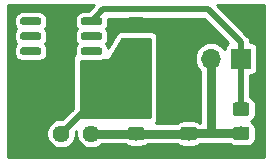
<source format=gbr>
G04 #@! TF.GenerationSoftware,KiCad,Pcbnew,(5.1.2)-1*
G04 #@! TF.CreationDate,2019-05-18T15:55:27-07:00*
G04 #@! TF.ProjectId,LM335ADT,4c4d3333-3541-4445-942e-6b696361645f,rev?*
G04 #@! TF.SameCoordinates,Original*
G04 #@! TF.FileFunction,Copper,L1,Top*
G04 #@! TF.FilePolarity,Positive*
%FSLAX46Y46*%
G04 Gerber Fmt 4.6, Leading zero omitted, Abs format (unit mm)*
G04 Created by KiCad (PCBNEW (5.1.2)-1) date 2019-05-18 15:55:27*
%MOMM*%
%LPD*%
G04 APERTURE LIST*
%ADD10C,0.100000*%
%ADD11C,0.600000*%
%ADD12C,1.440000*%
%ADD13C,1.150000*%
%ADD14O,1.700000X1.700000*%
%ADD15R,1.700000X1.700000*%
%ADD16C,1.750000*%
%ADD17C,0.762000*%
%ADD18C,0.508000*%
%ADD19C,0.254000*%
G04 APERTURE END LIST*
D10*
G36*
X242074703Y-148925722D02*
G01*
X242089264Y-148927882D01*
X242103543Y-148931459D01*
X242117403Y-148936418D01*
X242130710Y-148942712D01*
X242143336Y-148950280D01*
X242155159Y-148959048D01*
X242166066Y-148968934D01*
X242175952Y-148979841D01*
X242184720Y-148991664D01*
X242192288Y-149004290D01*
X242198582Y-149017597D01*
X242203541Y-149031457D01*
X242207118Y-149045736D01*
X242209278Y-149060297D01*
X242210000Y-149075000D01*
X242210000Y-149375000D01*
X242209278Y-149389703D01*
X242207118Y-149404264D01*
X242203541Y-149418543D01*
X242198582Y-149432403D01*
X242192288Y-149445710D01*
X242184720Y-149458336D01*
X242175952Y-149470159D01*
X242166066Y-149481066D01*
X242155159Y-149490952D01*
X242143336Y-149499720D01*
X242130710Y-149507288D01*
X242117403Y-149513582D01*
X242103543Y-149518541D01*
X242089264Y-149522118D01*
X242074703Y-149524278D01*
X242060000Y-149525000D01*
X240610000Y-149525000D01*
X240595297Y-149524278D01*
X240580736Y-149522118D01*
X240566457Y-149518541D01*
X240552597Y-149513582D01*
X240539290Y-149507288D01*
X240526664Y-149499720D01*
X240514841Y-149490952D01*
X240503934Y-149481066D01*
X240494048Y-149470159D01*
X240485280Y-149458336D01*
X240477712Y-149445710D01*
X240471418Y-149432403D01*
X240466459Y-149418543D01*
X240462882Y-149404264D01*
X240460722Y-149389703D01*
X240460000Y-149375000D01*
X240460000Y-149075000D01*
X240460722Y-149060297D01*
X240462882Y-149045736D01*
X240466459Y-149031457D01*
X240471418Y-149017597D01*
X240477712Y-149004290D01*
X240485280Y-148991664D01*
X240494048Y-148979841D01*
X240503934Y-148968934D01*
X240514841Y-148959048D01*
X240526664Y-148950280D01*
X240539290Y-148942712D01*
X240552597Y-148936418D01*
X240566457Y-148931459D01*
X240580736Y-148927882D01*
X240595297Y-148925722D01*
X240610000Y-148925000D01*
X242060000Y-148925000D01*
X242074703Y-148925722D01*
X242074703Y-148925722D01*
G37*
D11*
X241335000Y-149225000D03*
D10*
G36*
X242074703Y-150195722D02*
G01*
X242089264Y-150197882D01*
X242103543Y-150201459D01*
X242117403Y-150206418D01*
X242130710Y-150212712D01*
X242143336Y-150220280D01*
X242155159Y-150229048D01*
X242166066Y-150238934D01*
X242175952Y-150249841D01*
X242184720Y-150261664D01*
X242192288Y-150274290D01*
X242198582Y-150287597D01*
X242203541Y-150301457D01*
X242207118Y-150315736D01*
X242209278Y-150330297D01*
X242210000Y-150345000D01*
X242210000Y-150645000D01*
X242209278Y-150659703D01*
X242207118Y-150674264D01*
X242203541Y-150688543D01*
X242198582Y-150702403D01*
X242192288Y-150715710D01*
X242184720Y-150728336D01*
X242175952Y-150740159D01*
X242166066Y-150751066D01*
X242155159Y-150760952D01*
X242143336Y-150769720D01*
X242130710Y-150777288D01*
X242117403Y-150783582D01*
X242103543Y-150788541D01*
X242089264Y-150792118D01*
X242074703Y-150794278D01*
X242060000Y-150795000D01*
X240610000Y-150795000D01*
X240595297Y-150794278D01*
X240580736Y-150792118D01*
X240566457Y-150788541D01*
X240552597Y-150783582D01*
X240539290Y-150777288D01*
X240526664Y-150769720D01*
X240514841Y-150760952D01*
X240503934Y-150751066D01*
X240494048Y-150740159D01*
X240485280Y-150728336D01*
X240477712Y-150715710D01*
X240471418Y-150702403D01*
X240466459Y-150688543D01*
X240462882Y-150674264D01*
X240460722Y-150659703D01*
X240460000Y-150645000D01*
X240460000Y-150345000D01*
X240460722Y-150330297D01*
X240462882Y-150315736D01*
X240466459Y-150301457D01*
X240471418Y-150287597D01*
X240477712Y-150274290D01*
X240485280Y-150261664D01*
X240494048Y-150249841D01*
X240503934Y-150238934D01*
X240514841Y-150229048D01*
X240526664Y-150220280D01*
X240539290Y-150212712D01*
X240552597Y-150206418D01*
X240566457Y-150201459D01*
X240580736Y-150197882D01*
X240595297Y-150195722D01*
X240610000Y-150195000D01*
X242060000Y-150195000D01*
X242074703Y-150195722D01*
X242074703Y-150195722D01*
G37*
D11*
X241335000Y-150495000D03*
D10*
G36*
X242074703Y-151465722D02*
G01*
X242089264Y-151467882D01*
X242103543Y-151471459D01*
X242117403Y-151476418D01*
X242130710Y-151482712D01*
X242143336Y-151490280D01*
X242155159Y-151499048D01*
X242166066Y-151508934D01*
X242175952Y-151519841D01*
X242184720Y-151531664D01*
X242192288Y-151544290D01*
X242198582Y-151557597D01*
X242203541Y-151571457D01*
X242207118Y-151585736D01*
X242209278Y-151600297D01*
X242210000Y-151615000D01*
X242210000Y-151915000D01*
X242209278Y-151929703D01*
X242207118Y-151944264D01*
X242203541Y-151958543D01*
X242198582Y-151972403D01*
X242192288Y-151985710D01*
X242184720Y-151998336D01*
X242175952Y-152010159D01*
X242166066Y-152021066D01*
X242155159Y-152030952D01*
X242143336Y-152039720D01*
X242130710Y-152047288D01*
X242117403Y-152053582D01*
X242103543Y-152058541D01*
X242089264Y-152062118D01*
X242074703Y-152064278D01*
X242060000Y-152065000D01*
X240610000Y-152065000D01*
X240595297Y-152064278D01*
X240580736Y-152062118D01*
X240566457Y-152058541D01*
X240552597Y-152053582D01*
X240539290Y-152047288D01*
X240526664Y-152039720D01*
X240514841Y-152030952D01*
X240503934Y-152021066D01*
X240494048Y-152010159D01*
X240485280Y-151998336D01*
X240477712Y-151985710D01*
X240471418Y-151972403D01*
X240466459Y-151958543D01*
X240462882Y-151944264D01*
X240460722Y-151929703D01*
X240460000Y-151915000D01*
X240460000Y-151615000D01*
X240460722Y-151600297D01*
X240462882Y-151585736D01*
X240466459Y-151571457D01*
X240471418Y-151557597D01*
X240477712Y-151544290D01*
X240485280Y-151531664D01*
X240494048Y-151519841D01*
X240503934Y-151508934D01*
X240514841Y-151499048D01*
X240526664Y-151490280D01*
X240539290Y-151482712D01*
X240552597Y-151476418D01*
X240566457Y-151471459D01*
X240580736Y-151467882D01*
X240595297Y-151465722D01*
X240610000Y-151465000D01*
X242060000Y-151465000D01*
X242074703Y-151465722D01*
X242074703Y-151465722D01*
G37*
D11*
X241335000Y-151765000D03*
D10*
G36*
X242074703Y-152735722D02*
G01*
X242089264Y-152737882D01*
X242103543Y-152741459D01*
X242117403Y-152746418D01*
X242130710Y-152752712D01*
X242143336Y-152760280D01*
X242155159Y-152769048D01*
X242166066Y-152778934D01*
X242175952Y-152789841D01*
X242184720Y-152801664D01*
X242192288Y-152814290D01*
X242198582Y-152827597D01*
X242203541Y-152841457D01*
X242207118Y-152855736D01*
X242209278Y-152870297D01*
X242210000Y-152885000D01*
X242210000Y-153185000D01*
X242209278Y-153199703D01*
X242207118Y-153214264D01*
X242203541Y-153228543D01*
X242198582Y-153242403D01*
X242192288Y-153255710D01*
X242184720Y-153268336D01*
X242175952Y-153280159D01*
X242166066Y-153291066D01*
X242155159Y-153300952D01*
X242143336Y-153309720D01*
X242130710Y-153317288D01*
X242117403Y-153323582D01*
X242103543Y-153328541D01*
X242089264Y-153332118D01*
X242074703Y-153334278D01*
X242060000Y-153335000D01*
X240610000Y-153335000D01*
X240595297Y-153334278D01*
X240580736Y-153332118D01*
X240566457Y-153328541D01*
X240552597Y-153323582D01*
X240539290Y-153317288D01*
X240526664Y-153309720D01*
X240514841Y-153300952D01*
X240503934Y-153291066D01*
X240494048Y-153280159D01*
X240485280Y-153268336D01*
X240477712Y-153255710D01*
X240471418Y-153242403D01*
X240466459Y-153228543D01*
X240462882Y-153214264D01*
X240460722Y-153199703D01*
X240460000Y-153185000D01*
X240460000Y-152885000D01*
X240460722Y-152870297D01*
X240462882Y-152855736D01*
X240466459Y-152841457D01*
X240471418Y-152827597D01*
X240477712Y-152814290D01*
X240485280Y-152801664D01*
X240494048Y-152789841D01*
X240503934Y-152778934D01*
X240514841Y-152769048D01*
X240526664Y-152760280D01*
X240539290Y-152752712D01*
X240552597Y-152746418D01*
X240566457Y-152741459D01*
X240580736Y-152737882D01*
X240595297Y-152735722D01*
X240610000Y-152735000D01*
X242060000Y-152735000D01*
X242074703Y-152735722D01*
X242074703Y-152735722D01*
G37*
D11*
X241335000Y-153035000D03*
D10*
G36*
X236924703Y-152735722D02*
G01*
X236939264Y-152737882D01*
X236953543Y-152741459D01*
X236967403Y-152746418D01*
X236980710Y-152752712D01*
X236993336Y-152760280D01*
X237005159Y-152769048D01*
X237016066Y-152778934D01*
X237025952Y-152789841D01*
X237034720Y-152801664D01*
X237042288Y-152814290D01*
X237048582Y-152827597D01*
X237053541Y-152841457D01*
X237057118Y-152855736D01*
X237059278Y-152870297D01*
X237060000Y-152885000D01*
X237060000Y-153185000D01*
X237059278Y-153199703D01*
X237057118Y-153214264D01*
X237053541Y-153228543D01*
X237048582Y-153242403D01*
X237042288Y-153255710D01*
X237034720Y-153268336D01*
X237025952Y-153280159D01*
X237016066Y-153291066D01*
X237005159Y-153300952D01*
X236993336Y-153309720D01*
X236980710Y-153317288D01*
X236967403Y-153323582D01*
X236953543Y-153328541D01*
X236939264Y-153332118D01*
X236924703Y-153334278D01*
X236910000Y-153335000D01*
X235460000Y-153335000D01*
X235445297Y-153334278D01*
X235430736Y-153332118D01*
X235416457Y-153328541D01*
X235402597Y-153323582D01*
X235389290Y-153317288D01*
X235376664Y-153309720D01*
X235364841Y-153300952D01*
X235353934Y-153291066D01*
X235344048Y-153280159D01*
X235335280Y-153268336D01*
X235327712Y-153255710D01*
X235321418Y-153242403D01*
X235316459Y-153228543D01*
X235312882Y-153214264D01*
X235310722Y-153199703D01*
X235310000Y-153185000D01*
X235310000Y-152885000D01*
X235310722Y-152870297D01*
X235312882Y-152855736D01*
X235316459Y-152841457D01*
X235321418Y-152827597D01*
X235327712Y-152814290D01*
X235335280Y-152801664D01*
X235344048Y-152789841D01*
X235353934Y-152778934D01*
X235364841Y-152769048D01*
X235376664Y-152760280D01*
X235389290Y-152752712D01*
X235402597Y-152746418D01*
X235416457Y-152741459D01*
X235430736Y-152737882D01*
X235445297Y-152735722D01*
X235460000Y-152735000D01*
X236910000Y-152735000D01*
X236924703Y-152735722D01*
X236924703Y-152735722D01*
G37*
D11*
X236185000Y-153035000D03*
D10*
G36*
X236924703Y-151465722D02*
G01*
X236939264Y-151467882D01*
X236953543Y-151471459D01*
X236967403Y-151476418D01*
X236980710Y-151482712D01*
X236993336Y-151490280D01*
X237005159Y-151499048D01*
X237016066Y-151508934D01*
X237025952Y-151519841D01*
X237034720Y-151531664D01*
X237042288Y-151544290D01*
X237048582Y-151557597D01*
X237053541Y-151571457D01*
X237057118Y-151585736D01*
X237059278Y-151600297D01*
X237060000Y-151615000D01*
X237060000Y-151915000D01*
X237059278Y-151929703D01*
X237057118Y-151944264D01*
X237053541Y-151958543D01*
X237048582Y-151972403D01*
X237042288Y-151985710D01*
X237034720Y-151998336D01*
X237025952Y-152010159D01*
X237016066Y-152021066D01*
X237005159Y-152030952D01*
X236993336Y-152039720D01*
X236980710Y-152047288D01*
X236967403Y-152053582D01*
X236953543Y-152058541D01*
X236939264Y-152062118D01*
X236924703Y-152064278D01*
X236910000Y-152065000D01*
X235460000Y-152065000D01*
X235445297Y-152064278D01*
X235430736Y-152062118D01*
X235416457Y-152058541D01*
X235402597Y-152053582D01*
X235389290Y-152047288D01*
X235376664Y-152039720D01*
X235364841Y-152030952D01*
X235353934Y-152021066D01*
X235344048Y-152010159D01*
X235335280Y-151998336D01*
X235327712Y-151985710D01*
X235321418Y-151972403D01*
X235316459Y-151958543D01*
X235312882Y-151944264D01*
X235310722Y-151929703D01*
X235310000Y-151915000D01*
X235310000Y-151615000D01*
X235310722Y-151600297D01*
X235312882Y-151585736D01*
X235316459Y-151571457D01*
X235321418Y-151557597D01*
X235327712Y-151544290D01*
X235335280Y-151531664D01*
X235344048Y-151519841D01*
X235353934Y-151508934D01*
X235364841Y-151499048D01*
X235376664Y-151490280D01*
X235389290Y-151482712D01*
X235402597Y-151476418D01*
X235416457Y-151471459D01*
X235430736Y-151467882D01*
X235445297Y-151465722D01*
X235460000Y-151465000D01*
X236910000Y-151465000D01*
X236924703Y-151465722D01*
X236924703Y-151465722D01*
G37*
D11*
X236185000Y-151765000D03*
D10*
G36*
X236924703Y-150195722D02*
G01*
X236939264Y-150197882D01*
X236953543Y-150201459D01*
X236967403Y-150206418D01*
X236980710Y-150212712D01*
X236993336Y-150220280D01*
X237005159Y-150229048D01*
X237016066Y-150238934D01*
X237025952Y-150249841D01*
X237034720Y-150261664D01*
X237042288Y-150274290D01*
X237048582Y-150287597D01*
X237053541Y-150301457D01*
X237057118Y-150315736D01*
X237059278Y-150330297D01*
X237060000Y-150345000D01*
X237060000Y-150645000D01*
X237059278Y-150659703D01*
X237057118Y-150674264D01*
X237053541Y-150688543D01*
X237048582Y-150702403D01*
X237042288Y-150715710D01*
X237034720Y-150728336D01*
X237025952Y-150740159D01*
X237016066Y-150751066D01*
X237005159Y-150760952D01*
X236993336Y-150769720D01*
X236980710Y-150777288D01*
X236967403Y-150783582D01*
X236953543Y-150788541D01*
X236939264Y-150792118D01*
X236924703Y-150794278D01*
X236910000Y-150795000D01*
X235460000Y-150795000D01*
X235445297Y-150794278D01*
X235430736Y-150792118D01*
X235416457Y-150788541D01*
X235402597Y-150783582D01*
X235389290Y-150777288D01*
X235376664Y-150769720D01*
X235364841Y-150760952D01*
X235353934Y-150751066D01*
X235344048Y-150740159D01*
X235335280Y-150728336D01*
X235327712Y-150715710D01*
X235321418Y-150702403D01*
X235316459Y-150688543D01*
X235312882Y-150674264D01*
X235310722Y-150659703D01*
X235310000Y-150645000D01*
X235310000Y-150345000D01*
X235310722Y-150330297D01*
X235312882Y-150315736D01*
X235316459Y-150301457D01*
X235321418Y-150287597D01*
X235327712Y-150274290D01*
X235335280Y-150261664D01*
X235344048Y-150249841D01*
X235353934Y-150238934D01*
X235364841Y-150229048D01*
X235376664Y-150220280D01*
X235389290Y-150212712D01*
X235402597Y-150206418D01*
X235416457Y-150201459D01*
X235430736Y-150197882D01*
X235445297Y-150195722D01*
X235460000Y-150195000D01*
X236910000Y-150195000D01*
X236924703Y-150195722D01*
X236924703Y-150195722D01*
G37*
D11*
X236185000Y-150495000D03*
D10*
G36*
X236924703Y-148925722D02*
G01*
X236939264Y-148927882D01*
X236953543Y-148931459D01*
X236967403Y-148936418D01*
X236980710Y-148942712D01*
X236993336Y-148950280D01*
X237005159Y-148959048D01*
X237016066Y-148968934D01*
X237025952Y-148979841D01*
X237034720Y-148991664D01*
X237042288Y-149004290D01*
X237048582Y-149017597D01*
X237053541Y-149031457D01*
X237057118Y-149045736D01*
X237059278Y-149060297D01*
X237060000Y-149075000D01*
X237060000Y-149375000D01*
X237059278Y-149389703D01*
X237057118Y-149404264D01*
X237053541Y-149418543D01*
X237048582Y-149432403D01*
X237042288Y-149445710D01*
X237034720Y-149458336D01*
X237025952Y-149470159D01*
X237016066Y-149481066D01*
X237005159Y-149490952D01*
X236993336Y-149499720D01*
X236980710Y-149507288D01*
X236967403Y-149513582D01*
X236953543Y-149518541D01*
X236939264Y-149522118D01*
X236924703Y-149524278D01*
X236910000Y-149525000D01*
X235460000Y-149525000D01*
X235445297Y-149524278D01*
X235430736Y-149522118D01*
X235416457Y-149518541D01*
X235402597Y-149513582D01*
X235389290Y-149507288D01*
X235376664Y-149499720D01*
X235364841Y-149490952D01*
X235353934Y-149481066D01*
X235344048Y-149470159D01*
X235335280Y-149458336D01*
X235327712Y-149445710D01*
X235321418Y-149432403D01*
X235316459Y-149418543D01*
X235312882Y-149404264D01*
X235310722Y-149389703D01*
X235310000Y-149375000D01*
X235310000Y-149075000D01*
X235310722Y-149060297D01*
X235312882Y-149045736D01*
X235316459Y-149031457D01*
X235321418Y-149017597D01*
X235327712Y-149004290D01*
X235335280Y-148991664D01*
X235344048Y-148979841D01*
X235353934Y-148968934D01*
X235364841Y-148959048D01*
X235376664Y-148950280D01*
X235389290Y-148942712D01*
X235402597Y-148936418D01*
X235416457Y-148931459D01*
X235430736Y-148927882D01*
X235445297Y-148925722D01*
X235460000Y-148925000D01*
X236910000Y-148925000D01*
X236924703Y-148925722D01*
X236924703Y-148925722D01*
G37*
D11*
X236185000Y-149225000D03*
D12*
X236220000Y-158750000D03*
X238760000Y-158750000D03*
X241300000Y-158750000D03*
D10*
G36*
X245584505Y-148896204D02*
G01*
X245608773Y-148899804D01*
X245632572Y-148905765D01*
X245655671Y-148914030D01*
X245677850Y-148924520D01*
X245698893Y-148937132D01*
X245718599Y-148951747D01*
X245736777Y-148968223D01*
X245753253Y-148986401D01*
X245767868Y-149006107D01*
X245780480Y-149027150D01*
X245790970Y-149049329D01*
X245799235Y-149072428D01*
X245805196Y-149096227D01*
X245808796Y-149120495D01*
X245810000Y-149144999D01*
X245810000Y-149795001D01*
X245808796Y-149819505D01*
X245805196Y-149843773D01*
X245799235Y-149867572D01*
X245790970Y-149890671D01*
X245780480Y-149912850D01*
X245767868Y-149933893D01*
X245753253Y-149953599D01*
X245736777Y-149971777D01*
X245718599Y-149988253D01*
X245698893Y-150002868D01*
X245677850Y-150015480D01*
X245655671Y-150025970D01*
X245632572Y-150034235D01*
X245608773Y-150040196D01*
X245584505Y-150043796D01*
X245560001Y-150045000D01*
X244659999Y-150045000D01*
X244635495Y-150043796D01*
X244611227Y-150040196D01*
X244587428Y-150034235D01*
X244564329Y-150025970D01*
X244542150Y-150015480D01*
X244521107Y-150002868D01*
X244501401Y-149988253D01*
X244483223Y-149971777D01*
X244466747Y-149953599D01*
X244452132Y-149933893D01*
X244439520Y-149912850D01*
X244429030Y-149890671D01*
X244420765Y-149867572D01*
X244414804Y-149843773D01*
X244411204Y-149819505D01*
X244410000Y-149795001D01*
X244410000Y-149144999D01*
X244411204Y-149120495D01*
X244414804Y-149096227D01*
X244420765Y-149072428D01*
X244429030Y-149049329D01*
X244439520Y-149027150D01*
X244452132Y-149006107D01*
X244466747Y-148986401D01*
X244483223Y-148968223D01*
X244501401Y-148951747D01*
X244521107Y-148937132D01*
X244542150Y-148924520D01*
X244564329Y-148914030D01*
X244587428Y-148905765D01*
X244611227Y-148899804D01*
X244635495Y-148896204D01*
X244659999Y-148895000D01*
X245560001Y-148895000D01*
X245584505Y-148896204D01*
X245584505Y-148896204D01*
G37*
D13*
X245110000Y-149470000D03*
D10*
G36*
X245584505Y-150946204D02*
G01*
X245608773Y-150949804D01*
X245632572Y-150955765D01*
X245655671Y-150964030D01*
X245677850Y-150974520D01*
X245698893Y-150987132D01*
X245718599Y-151001747D01*
X245736777Y-151018223D01*
X245753253Y-151036401D01*
X245767868Y-151056107D01*
X245780480Y-151077150D01*
X245790970Y-151099329D01*
X245799235Y-151122428D01*
X245805196Y-151146227D01*
X245808796Y-151170495D01*
X245810000Y-151194999D01*
X245810000Y-151845001D01*
X245808796Y-151869505D01*
X245805196Y-151893773D01*
X245799235Y-151917572D01*
X245790970Y-151940671D01*
X245780480Y-151962850D01*
X245767868Y-151983893D01*
X245753253Y-152003599D01*
X245736777Y-152021777D01*
X245718599Y-152038253D01*
X245698893Y-152052868D01*
X245677850Y-152065480D01*
X245655671Y-152075970D01*
X245632572Y-152084235D01*
X245608773Y-152090196D01*
X245584505Y-152093796D01*
X245560001Y-152095000D01*
X244659999Y-152095000D01*
X244635495Y-152093796D01*
X244611227Y-152090196D01*
X244587428Y-152084235D01*
X244564329Y-152075970D01*
X244542150Y-152065480D01*
X244521107Y-152052868D01*
X244501401Y-152038253D01*
X244483223Y-152021777D01*
X244466747Y-152003599D01*
X244452132Y-151983893D01*
X244439520Y-151962850D01*
X244429030Y-151940671D01*
X244420765Y-151917572D01*
X244414804Y-151893773D01*
X244411204Y-151869505D01*
X244410000Y-151845001D01*
X244410000Y-151194999D01*
X244411204Y-151170495D01*
X244414804Y-151146227D01*
X244420765Y-151122428D01*
X244429030Y-151099329D01*
X244439520Y-151077150D01*
X244452132Y-151056107D01*
X244466747Y-151036401D01*
X244483223Y-151018223D01*
X244501401Y-151001747D01*
X244521107Y-150987132D01*
X244542150Y-150974520D01*
X244564329Y-150964030D01*
X244587428Y-150955765D01*
X244611227Y-150949804D01*
X244635495Y-150946204D01*
X244659999Y-150945000D01*
X245560001Y-150945000D01*
X245584505Y-150946204D01*
X245584505Y-150946204D01*
G37*
D13*
X245110000Y-151520000D03*
D10*
G36*
X245584505Y-156126204D02*
G01*
X245608773Y-156129804D01*
X245632572Y-156135765D01*
X245655671Y-156144030D01*
X245677850Y-156154520D01*
X245698893Y-156167132D01*
X245718599Y-156181747D01*
X245736777Y-156198223D01*
X245753253Y-156216401D01*
X245767868Y-156236107D01*
X245780480Y-156257150D01*
X245790970Y-156279329D01*
X245799235Y-156302428D01*
X245805196Y-156326227D01*
X245808796Y-156350495D01*
X245810000Y-156374999D01*
X245810000Y-157025001D01*
X245808796Y-157049505D01*
X245805196Y-157073773D01*
X245799235Y-157097572D01*
X245790970Y-157120671D01*
X245780480Y-157142850D01*
X245767868Y-157163893D01*
X245753253Y-157183599D01*
X245736777Y-157201777D01*
X245718599Y-157218253D01*
X245698893Y-157232868D01*
X245677850Y-157245480D01*
X245655671Y-157255970D01*
X245632572Y-157264235D01*
X245608773Y-157270196D01*
X245584505Y-157273796D01*
X245560001Y-157275000D01*
X244659999Y-157275000D01*
X244635495Y-157273796D01*
X244611227Y-157270196D01*
X244587428Y-157264235D01*
X244564329Y-157255970D01*
X244542150Y-157245480D01*
X244521107Y-157232868D01*
X244501401Y-157218253D01*
X244483223Y-157201777D01*
X244466747Y-157183599D01*
X244452132Y-157163893D01*
X244439520Y-157142850D01*
X244429030Y-157120671D01*
X244420765Y-157097572D01*
X244414804Y-157073773D01*
X244411204Y-157049505D01*
X244410000Y-157025001D01*
X244410000Y-156374999D01*
X244411204Y-156350495D01*
X244414804Y-156326227D01*
X244420765Y-156302428D01*
X244429030Y-156279329D01*
X244439520Y-156257150D01*
X244452132Y-156236107D01*
X244466747Y-156216401D01*
X244483223Y-156198223D01*
X244501401Y-156181747D01*
X244521107Y-156167132D01*
X244542150Y-156154520D01*
X244564329Y-156144030D01*
X244587428Y-156135765D01*
X244611227Y-156129804D01*
X244635495Y-156126204D01*
X244659999Y-156125000D01*
X245560001Y-156125000D01*
X245584505Y-156126204D01*
X245584505Y-156126204D01*
G37*
D13*
X245110000Y-156700000D03*
D10*
G36*
X245584505Y-158176204D02*
G01*
X245608773Y-158179804D01*
X245632572Y-158185765D01*
X245655671Y-158194030D01*
X245677850Y-158204520D01*
X245698893Y-158217132D01*
X245718599Y-158231747D01*
X245736777Y-158248223D01*
X245753253Y-158266401D01*
X245767868Y-158286107D01*
X245780480Y-158307150D01*
X245790970Y-158329329D01*
X245799235Y-158352428D01*
X245805196Y-158376227D01*
X245808796Y-158400495D01*
X245810000Y-158424999D01*
X245810000Y-159075001D01*
X245808796Y-159099505D01*
X245805196Y-159123773D01*
X245799235Y-159147572D01*
X245790970Y-159170671D01*
X245780480Y-159192850D01*
X245767868Y-159213893D01*
X245753253Y-159233599D01*
X245736777Y-159251777D01*
X245718599Y-159268253D01*
X245698893Y-159282868D01*
X245677850Y-159295480D01*
X245655671Y-159305970D01*
X245632572Y-159314235D01*
X245608773Y-159320196D01*
X245584505Y-159323796D01*
X245560001Y-159325000D01*
X244659999Y-159325000D01*
X244635495Y-159323796D01*
X244611227Y-159320196D01*
X244587428Y-159314235D01*
X244564329Y-159305970D01*
X244542150Y-159295480D01*
X244521107Y-159282868D01*
X244501401Y-159268253D01*
X244483223Y-159251777D01*
X244466747Y-159233599D01*
X244452132Y-159213893D01*
X244439520Y-159192850D01*
X244429030Y-159170671D01*
X244420765Y-159147572D01*
X244414804Y-159123773D01*
X244411204Y-159099505D01*
X244410000Y-159075001D01*
X244410000Y-158424999D01*
X244411204Y-158400495D01*
X244414804Y-158376227D01*
X244420765Y-158352428D01*
X244429030Y-158329329D01*
X244439520Y-158307150D01*
X244452132Y-158286107D01*
X244466747Y-158266401D01*
X244483223Y-158248223D01*
X244501401Y-158231747D01*
X244521107Y-158217132D01*
X244542150Y-158204520D01*
X244564329Y-158194030D01*
X244587428Y-158185765D01*
X244611227Y-158179804D01*
X244635495Y-158176204D01*
X244659999Y-158175000D01*
X245560001Y-158175000D01*
X245584505Y-158176204D01*
X245584505Y-158176204D01*
G37*
D13*
X245110000Y-158750000D03*
D10*
G36*
X254474505Y-156109804D02*
G01*
X254498773Y-156113404D01*
X254522572Y-156119365D01*
X254545671Y-156127630D01*
X254567850Y-156138120D01*
X254588893Y-156150732D01*
X254608599Y-156165347D01*
X254626777Y-156181823D01*
X254643253Y-156200001D01*
X254657868Y-156219707D01*
X254670480Y-156240750D01*
X254680970Y-156262929D01*
X254689235Y-156286028D01*
X254695196Y-156309827D01*
X254698796Y-156334095D01*
X254700000Y-156358599D01*
X254700000Y-157008601D01*
X254698796Y-157033105D01*
X254695196Y-157057373D01*
X254689235Y-157081172D01*
X254680970Y-157104271D01*
X254670480Y-157126450D01*
X254657868Y-157147493D01*
X254643253Y-157167199D01*
X254626777Y-157185377D01*
X254608599Y-157201853D01*
X254588893Y-157216468D01*
X254567850Y-157229080D01*
X254545671Y-157239570D01*
X254522572Y-157247835D01*
X254498773Y-157253796D01*
X254474505Y-157257396D01*
X254450001Y-157258600D01*
X253549999Y-157258600D01*
X253525495Y-157257396D01*
X253501227Y-157253796D01*
X253477428Y-157247835D01*
X253454329Y-157239570D01*
X253432150Y-157229080D01*
X253411107Y-157216468D01*
X253391401Y-157201853D01*
X253373223Y-157185377D01*
X253356747Y-157167199D01*
X253342132Y-157147493D01*
X253329520Y-157126450D01*
X253319030Y-157104271D01*
X253310765Y-157081172D01*
X253304804Y-157057373D01*
X253301204Y-157033105D01*
X253300000Y-157008601D01*
X253300000Y-156358599D01*
X253301204Y-156334095D01*
X253304804Y-156309827D01*
X253310765Y-156286028D01*
X253319030Y-156262929D01*
X253329520Y-156240750D01*
X253342132Y-156219707D01*
X253356747Y-156200001D01*
X253373223Y-156181823D01*
X253391401Y-156165347D01*
X253411107Y-156150732D01*
X253432150Y-156138120D01*
X253454329Y-156127630D01*
X253477428Y-156119365D01*
X253501227Y-156113404D01*
X253525495Y-156109804D01*
X253549999Y-156108600D01*
X254450001Y-156108600D01*
X254474505Y-156109804D01*
X254474505Y-156109804D01*
G37*
D13*
X254000000Y-156683600D03*
D10*
G36*
X254474505Y-158159804D02*
G01*
X254498773Y-158163404D01*
X254522572Y-158169365D01*
X254545671Y-158177630D01*
X254567850Y-158188120D01*
X254588893Y-158200732D01*
X254608599Y-158215347D01*
X254626777Y-158231823D01*
X254643253Y-158250001D01*
X254657868Y-158269707D01*
X254670480Y-158290750D01*
X254680970Y-158312929D01*
X254689235Y-158336028D01*
X254695196Y-158359827D01*
X254698796Y-158384095D01*
X254700000Y-158408599D01*
X254700000Y-159058601D01*
X254698796Y-159083105D01*
X254695196Y-159107373D01*
X254689235Y-159131172D01*
X254680970Y-159154271D01*
X254670480Y-159176450D01*
X254657868Y-159197493D01*
X254643253Y-159217199D01*
X254626777Y-159235377D01*
X254608599Y-159251853D01*
X254588893Y-159266468D01*
X254567850Y-159279080D01*
X254545671Y-159289570D01*
X254522572Y-159297835D01*
X254498773Y-159303796D01*
X254474505Y-159307396D01*
X254450001Y-159308600D01*
X253549999Y-159308600D01*
X253525495Y-159307396D01*
X253501227Y-159303796D01*
X253477428Y-159297835D01*
X253454329Y-159289570D01*
X253432150Y-159279080D01*
X253411107Y-159266468D01*
X253391401Y-159251853D01*
X253373223Y-159235377D01*
X253356747Y-159217199D01*
X253342132Y-159197493D01*
X253329520Y-159176450D01*
X253319030Y-159154271D01*
X253310765Y-159131172D01*
X253304804Y-159107373D01*
X253301204Y-159083105D01*
X253300000Y-159058601D01*
X253300000Y-158408599D01*
X253301204Y-158384095D01*
X253304804Y-158359827D01*
X253310765Y-158336028D01*
X253319030Y-158312929D01*
X253329520Y-158290750D01*
X253342132Y-158269707D01*
X253356747Y-158250001D01*
X253373223Y-158231823D01*
X253391401Y-158215347D01*
X253411107Y-158200732D01*
X253432150Y-158188120D01*
X253454329Y-158177630D01*
X253477428Y-158169365D01*
X253501227Y-158163404D01*
X253525495Y-158159804D01*
X253549999Y-158158600D01*
X254450001Y-158158600D01*
X254474505Y-158159804D01*
X254474505Y-158159804D01*
G37*
D13*
X254000000Y-158733600D03*
D14*
X248920000Y-152400000D03*
X251460000Y-152400000D03*
D15*
X254000000Y-152400000D03*
D10*
G36*
X250029505Y-156126204D02*
G01*
X250053773Y-156129804D01*
X250077572Y-156135765D01*
X250100671Y-156144030D01*
X250122850Y-156154520D01*
X250143893Y-156167132D01*
X250163599Y-156181747D01*
X250181777Y-156198223D01*
X250198253Y-156216401D01*
X250212868Y-156236107D01*
X250225480Y-156257150D01*
X250235970Y-156279329D01*
X250244235Y-156302428D01*
X250250196Y-156326227D01*
X250253796Y-156350495D01*
X250255000Y-156374999D01*
X250255000Y-157025001D01*
X250253796Y-157049505D01*
X250250196Y-157073773D01*
X250244235Y-157097572D01*
X250235970Y-157120671D01*
X250225480Y-157142850D01*
X250212868Y-157163893D01*
X250198253Y-157183599D01*
X250181777Y-157201777D01*
X250163599Y-157218253D01*
X250143893Y-157232868D01*
X250122850Y-157245480D01*
X250100671Y-157255970D01*
X250077572Y-157264235D01*
X250053773Y-157270196D01*
X250029505Y-157273796D01*
X250005001Y-157275000D01*
X249104999Y-157275000D01*
X249080495Y-157273796D01*
X249056227Y-157270196D01*
X249032428Y-157264235D01*
X249009329Y-157255970D01*
X248987150Y-157245480D01*
X248966107Y-157232868D01*
X248946401Y-157218253D01*
X248928223Y-157201777D01*
X248911747Y-157183599D01*
X248897132Y-157163893D01*
X248884520Y-157142850D01*
X248874030Y-157120671D01*
X248865765Y-157097572D01*
X248859804Y-157073773D01*
X248856204Y-157049505D01*
X248855000Y-157025001D01*
X248855000Y-156374999D01*
X248856204Y-156350495D01*
X248859804Y-156326227D01*
X248865765Y-156302428D01*
X248874030Y-156279329D01*
X248884520Y-156257150D01*
X248897132Y-156236107D01*
X248911747Y-156216401D01*
X248928223Y-156198223D01*
X248946401Y-156181747D01*
X248966107Y-156167132D01*
X248987150Y-156154520D01*
X249009329Y-156144030D01*
X249032428Y-156135765D01*
X249056227Y-156129804D01*
X249080495Y-156126204D01*
X249104999Y-156125000D01*
X250005001Y-156125000D01*
X250029505Y-156126204D01*
X250029505Y-156126204D01*
G37*
D13*
X249555000Y-156700000D03*
D10*
G36*
X250029505Y-158176204D02*
G01*
X250053773Y-158179804D01*
X250077572Y-158185765D01*
X250100671Y-158194030D01*
X250122850Y-158204520D01*
X250143893Y-158217132D01*
X250163599Y-158231747D01*
X250181777Y-158248223D01*
X250198253Y-158266401D01*
X250212868Y-158286107D01*
X250225480Y-158307150D01*
X250235970Y-158329329D01*
X250244235Y-158352428D01*
X250250196Y-158376227D01*
X250253796Y-158400495D01*
X250255000Y-158424999D01*
X250255000Y-159075001D01*
X250253796Y-159099505D01*
X250250196Y-159123773D01*
X250244235Y-159147572D01*
X250235970Y-159170671D01*
X250225480Y-159192850D01*
X250212868Y-159213893D01*
X250198253Y-159233599D01*
X250181777Y-159251777D01*
X250163599Y-159268253D01*
X250143893Y-159282868D01*
X250122850Y-159295480D01*
X250100671Y-159305970D01*
X250077572Y-159314235D01*
X250053773Y-159320196D01*
X250029505Y-159323796D01*
X250005001Y-159325000D01*
X249104999Y-159325000D01*
X249080495Y-159323796D01*
X249056227Y-159320196D01*
X249032428Y-159314235D01*
X249009329Y-159305970D01*
X248987150Y-159295480D01*
X248966107Y-159282868D01*
X248946401Y-159268253D01*
X248928223Y-159251777D01*
X248911747Y-159233599D01*
X248897132Y-159213893D01*
X248884520Y-159192850D01*
X248874030Y-159170671D01*
X248865765Y-159147572D01*
X248859804Y-159123773D01*
X248856204Y-159099505D01*
X248855000Y-159075001D01*
X248855000Y-158424999D01*
X248856204Y-158400495D01*
X248859804Y-158376227D01*
X248865765Y-158352428D01*
X248874030Y-158329329D01*
X248884520Y-158307150D01*
X248897132Y-158286107D01*
X248911747Y-158266401D01*
X248928223Y-158248223D01*
X248946401Y-158231747D01*
X248966107Y-158217132D01*
X248987150Y-158204520D01*
X249009329Y-158194030D01*
X249032428Y-158185765D01*
X249056227Y-158179804D01*
X249080495Y-158176204D01*
X249104999Y-158175000D01*
X250005001Y-158175000D01*
X250029505Y-158176204D01*
X250029505Y-158176204D01*
G37*
D13*
X249555000Y-158750000D03*
D16*
X236220000Y-155194000D03*
X248920000Y-149860000D03*
D17*
X249571400Y-158733600D02*
X249555000Y-158750000D01*
X249555000Y-158750000D02*
X245110000Y-158750000D01*
X245110000Y-158750000D02*
X241300000Y-158750000D01*
X251460000Y-158699200D02*
X251425600Y-158733600D01*
X251460000Y-152400000D02*
X251460000Y-158699200D01*
X254000000Y-158733600D02*
X251425600Y-158733600D01*
X251425600Y-158733600D02*
X249571400Y-158733600D01*
D18*
X254000000Y-151042000D02*
X254000000Y-152400000D01*
X251192590Y-148234590D02*
X254000000Y-151042000D01*
X242325410Y-148234590D02*
X251192590Y-148234590D01*
X241335000Y-149225000D02*
X242325410Y-148234590D01*
X254000000Y-152400000D02*
X254000000Y-156683600D01*
X238760000Y-158750000D02*
X239479999Y-158030001D01*
X239479999Y-158030001D02*
X240792000Y-156718000D01*
D19*
G36*
X241057429Y-148389020D02*
G01*
X240610000Y-148389020D01*
X240476172Y-148402201D01*
X240347487Y-148441237D01*
X240228890Y-148504628D01*
X240124939Y-148589939D01*
X240039628Y-148693890D01*
X239976237Y-148812487D01*
X239937201Y-148941172D01*
X239924020Y-149075000D01*
X239924020Y-149375000D01*
X239937201Y-149508828D01*
X239976237Y-149637513D01*
X240039628Y-149756110D01*
X240124889Y-149860000D01*
X240039628Y-149963890D01*
X239976237Y-150082487D01*
X239937201Y-150211172D01*
X239924020Y-150345000D01*
X239924020Y-150645000D01*
X239937201Y-150778828D01*
X239976237Y-150907513D01*
X240039628Y-151026110D01*
X240124889Y-151130000D01*
X240039628Y-151233890D01*
X239976237Y-151352487D01*
X239937201Y-151481172D01*
X239924020Y-151615000D01*
X239924020Y-151915000D01*
X239932560Y-152001712D01*
X239906829Y-152022829D01*
X239840494Y-152103659D01*
X239791203Y-152195877D01*
X239760849Y-152295939D01*
X239750600Y-152400000D01*
X239750600Y-156645849D01*
X238950579Y-157445871D01*
X238950568Y-157445880D01*
X238897127Y-157499321D01*
X238883449Y-157496600D01*
X238636551Y-157496600D01*
X238394397Y-157544767D01*
X238166292Y-157639251D01*
X237961004Y-157776420D01*
X237786420Y-157951004D01*
X237649251Y-158156292D01*
X237554767Y-158384397D01*
X237506600Y-158626551D01*
X237506600Y-158873449D01*
X237554767Y-159115603D01*
X237649251Y-159343708D01*
X237786420Y-159548996D01*
X237961004Y-159723580D01*
X238166292Y-159860749D01*
X238394397Y-159955233D01*
X238636551Y-160003400D01*
X238883449Y-160003400D01*
X239125603Y-159955233D01*
X239353708Y-159860749D01*
X239558996Y-159723580D01*
X239733580Y-159548996D01*
X239870749Y-159343708D01*
X239965233Y-159115603D01*
X240013400Y-158873449D01*
X240013400Y-158626551D01*
X240010679Y-158612873D01*
X240058915Y-158564637D01*
X240046600Y-158626551D01*
X240046600Y-158873449D01*
X240094767Y-159115603D01*
X240189251Y-159343708D01*
X240326420Y-159548996D01*
X240501004Y-159723580D01*
X240706292Y-159860749D01*
X240934397Y-159955233D01*
X241176551Y-160003400D01*
X241423449Y-160003400D01*
X241665603Y-159955233D01*
X241893708Y-159860749D01*
X242098996Y-159723580D01*
X242158176Y-159664400D01*
X244145203Y-159664400D01*
X244223332Y-159728519D01*
X244359218Y-159801151D01*
X244506662Y-159845878D01*
X244659999Y-159860980D01*
X245560001Y-159860980D01*
X245713338Y-159845878D01*
X245860782Y-159801151D01*
X245996668Y-159728519D01*
X246074797Y-159664400D01*
X248590203Y-159664400D01*
X248668332Y-159728519D01*
X248804218Y-159801151D01*
X248951662Y-159845878D01*
X249104999Y-159860980D01*
X250005001Y-159860980D01*
X250158338Y-159845878D01*
X250305782Y-159801151D01*
X250441668Y-159728519D01*
X250539780Y-159648000D01*
X251380685Y-159648000D01*
X251425600Y-159652424D01*
X251470515Y-159648000D01*
X253035203Y-159648000D01*
X253113332Y-159712119D01*
X253249218Y-159784751D01*
X253396662Y-159829478D01*
X253549999Y-159844580D01*
X254450001Y-159844580D01*
X254603338Y-159829478D01*
X254750782Y-159784751D01*
X254886668Y-159712119D01*
X255005772Y-159614372D01*
X255103519Y-159495268D01*
X255176151Y-159359382D01*
X255220878Y-159211938D01*
X255235980Y-159058601D01*
X255235980Y-158408599D01*
X255220878Y-158255262D01*
X255176151Y-158107818D01*
X255103519Y-157971932D01*
X255005772Y-157852828D01*
X254886668Y-157755081D01*
X254799707Y-157708600D01*
X254886668Y-157662119D01*
X255005772Y-157564372D01*
X255103519Y-157445268D01*
X255176151Y-157309382D01*
X255220878Y-157161938D01*
X255235980Y-157008601D01*
X255235980Y-156358599D01*
X255220878Y-156205262D01*
X255176151Y-156057818D01*
X255103519Y-155921932D01*
X255005772Y-155802828D01*
X254886668Y-155705081D01*
X254787400Y-155652022D01*
X254787400Y-153785980D01*
X254850000Y-153785980D01*
X254954565Y-153775681D01*
X255055111Y-153745181D01*
X255147775Y-153695651D01*
X255228995Y-153628995D01*
X255295651Y-153547775D01*
X255345181Y-153455111D01*
X255375681Y-153354565D01*
X255385980Y-153250000D01*
X255385980Y-151550000D01*
X255375681Y-151445435D01*
X255345181Y-151344889D01*
X255295651Y-151252225D01*
X255228995Y-151171005D01*
X255147775Y-151104349D01*
X255055111Y-151054819D01*
X254954565Y-151024319D01*
X254850000Y-151014020D01*
X254788452Y-151014020D01*
X254787400Y-151003336D01*
X254787400Y-151003327D01*
X254776006Y-150887643D01*
X254730982Y-150739217D01*
X254657866Y-150602428D01*
X254559469Y-150482531D01*
X254529434Y-150457882D01*
X251974950Y-147903400D01*
X255956600Y-147903400D01*
X255956601Y-160706600D01*
X234263400Y-160706600D01*
X234263400Y-149075000D01*
X234774020Y-149075000D01*
X234774020Y-149375000D01*
X234787201Y-149508828D01*
X234826237Y-149637513D01*
X234889628Y-149756110D01*
X234974889Y-149860000D01*
X234889628Y-149963890D01*
X234826237Y-150082487D01*
X234787201Y-150211172D01*
X234774020Y-150345000D01*
X234774020Y-150645000D01*
X234787201Y-150778828D01*
X234826237Y-150907513D01*
X234889628Y-151026110D01*
X234974889Y-151130000D01*
X234889628Y-151233890D01*
X234826237Y-151352487D01*
X234787201Y-151481172D01*
X234774020Y-151615000D01*
X234774020Y-151915000D01*
X234787201Y-152048828D01*
X234826237Y-152177513D01*
X234889628Y-152296110D01*
X234974939Y-152400061D01*
X235078890Y-152485372D01*
X235197487Y-152548763D01*
X235326172Y-152587799D01*
X235460000Y-152600980D01*
X236910000Y-152600980D01*
X237043828Y-152587799D01*
X237172513Y-152548763D01*
X237291110Y-152485372D01*
X237395061Y-152400061D01*
X237480372Y-152296110D01*
X237543763Y-152177513D01*
X237582799Y-152048828D01*
X237595980Y-151915000D01*
X237595980Y-151615000D01*
X237582799Y-151481172D01*
X237543763Y-151352487D01*
X237480372Y-151233890D01*
X237395111Y-151130000D01*
X237480372Y-151026110D01*
X237543763Y-150907513D01*
X237582799Y-150778828D01*
X237595980Y-150645000D01*
X237595980Y-150345000D01*
X237582799Y-150211172D01*
X237543763Y-150082487D01*
X237480372Y-149963890D01*
X237395111Y-149860000D01*
X237480372Y-149756110D01*
X237543763Y-149637513D01*
X237582799Y-149508828D01*
X237595980Y-149375000D01*
X237595980Y-149075000D01*
X237582799Y-148941172D01*
X237543763Y-148812487D01*
X237480372Y-148693890D01*
X237395061Y-148589939D01*
X237291110Y-148504628D01*
X237172513Y-148441237D01*
X237043828Y-148402201D01*
X236910000Y-148389020D01*
X235460000Y-148389020D01*
X235326172Y-148402201D01*
X235197487Y-148441237D01*
X235078890Y-148504628D01*
X234974939Y-148589939D01*
X234889628Y-148693890D01*
X234826237Y-148812487D01*
X234787201Y-148941172D01*
X234774020Y-149075000D01*
X234263400Y-149075000D01*
X234263400Y-147903400D01*
X241543048Y-147903400D01*
X241057429Y-148389020D01*
X241057429Y-148389020D01*
G37*
X241057429Y-148389020D02*
X240610000Y-148389020D01*
X240476172Y-148402201D01*
X240347487Y-148441237D01*
X240228890Y-148504628D01*
X240124939Y-148589939D01*
X240039628Y-148693890D01*
X239976237Y-148812487D01*
X239937201Y-148941172D01*
X239924020Y-149075000D01*
X239924020Y-149375000D01*
X239937201Y-149508828D01*
X239976237Y-149637513D01*
X240039628Y-149756110D01*
X240124889Y-149860000D01*
X240039628Y-149963890D01*
X239976237Y-150082487D01*
X239937201Y-150211172D01*
X239924020Y-150345000D01*
X239924020Y-150645000D01*
X239937201Y-150778828D01*
X239976237Y-150907513D01*
X240039628Y-151026110D01*
X240124889Y-151130000D01*
X240039628Y-151233890D01*
X239976237Y-151352487D01*
X239937201Y-151481172D01*
X239924020Y-151615000D01*
X239924020Y-151915000D01*
X239932560Y-152001712D01*
X239906829Y-152022829D01*
X239840494Y-152103659D01*
X239791203Y-152195877D01*
X239760849Y-152295939D01*
X239750600Y-152400000D01*
X239750600Y-156645849D01*
X238950579Y-157445871D01*
X238950568Y-157445880D01*
X238897127Y-157499321D01*
X238883449Y-157496600D01*
X238636551Y-157496600D01*
X238394397Y-157544767D01*
X238166292Y-157639251D01*
X237961004Y-157776420D01*
X237786420Y-157951004D01*
X237649251Y-158156292D01*
X237554767Y-158384397D01*
X237506600Y-158626551D01*
X237506600Y-158873449D01*
X237554767Y-159115603D01*
X237649251Y-159343708D01*
X237786420Y-159548996D01*
X237961004Y-159723580D01*
X238166292Y-159860749D01*
X238394397Y-159955233D01*
X238636551Y-160003400D01*
X238883449Y-160003400D01*
X239125603Y-159955233D01*
X239353708Y-159860749D01*
X239558996Y-159723580D01*
X239733580Y-159548996D01*
X239870749Y-159343708D01*
X239965233Y-159115603D01*
X240013400Y-158873449D01*
X240013400Y-158626551D01*
X240010679Y-158612873D01*
X240058915Y-158564637D01*
X240046600Y-158626551D01*
X240046600Y-158873449D01*
X240094767Y-159115603D01*
X240189251Y-159343708D01*
X240326420Y-159548996D01*
X240501004Y-159723580D01*
X240706292Y-159860749D01*
X240934397Y-159955233D01*
X241176551Y-160003400D01*
X241423449Y-160003400D01*
X241665603Y-159955233D01*
X241893708Y-159860749D01*
X242098996Y-159723580D01*
X242158176Y-159664400D01*
X244145203Y-159664400D01*
X244223332Y-159728519D01*
X244359218Y-159801151D01*
X244506662Y-159845878D01*
X244659999Y-159860980D01*
X245560001Y-159860980D01*
X245713338Y-159845878D01*
X245860782Y-159801151D01*
X245996668Y-159728519D01*
X246074797Y-159664400D01*
X248590203Y-159664400D01*
X248668332Y-159728519D01*
X248804218Y-159801151D01*
X248951662Y-159845878D01*
X249104999Y-159860980D01*
X250005001Y-159860980D01*
X250158338Y-159845878D01*
X250305782Y-159801151D01*
X250441668Y-159728519D01*
X250539780Y-159648000D01*
X251380685Y-159648000D01*
X251425600Y-159652424D01*
X251470515Y-159648000D01*
X253035203Y-159648000D01*
X253113332Y-159712119D01*
X253249218Y-159784751D01*
X253396662Y-159829478D01*
X253549999Y-159844580D01*
X254450001Y-159844580D01*
X254603338Y-159829478D01*
X254750782Y-159784751D01*
X254886668Y-159712119D01*
X255005772Y-159614372D01*
X255103519Y-159495268D01*
X255176151Y-159359382D01*
X255220878Y-159211938D01*
X255235980Y-159058601D01*
X255235980Y-158408599D01*
X255220878Y-158255262D01*
X255176151Y-158107818D01*
X255103519Y-157971932D01*
X255005772Y-157852828D01*
X254886668Y-157755081D01*
X254799707Y-157708600D01*
X254886668Y-157662119D01*
X255005772Y-157564372D01*
X255103519Y-157445268D01*
X255176151Y-157309382D01*
X255220878Y-157161938D01*
X255235980Y-157008601D01*
X255235980Y-156358599D01*
X255220878Y-156205262D01*
X255176151Y-156057818D01*
X255103519Y-155921932D01*
X255005772Y-155802828D01*
X254886668Y-155705081D01*
X254787400Y-155652022D01*
X254787400Y-153785980D01*
X254850000Y-153785980D01*
X254954565Y-153775681D01*
X255055111Y-153745181D01*
X255147775Y-153695651D01*
X255228995Y-153628995D01*
X255295651Y-153547775D01*
X255345181Y-153455111D01*
X255375681Y-153354565D01*
X255385980Y-153250000D01*
X255385980Y-151550000D01*
X255375681Y-151445435D01*
X255345181Y-151344889D01*
X255295651Y-151252225D01*
X255228995Y-151171005D01*
X255147775Y-151104349D01*
X255055111Y-151054819D01*
X254954565Y-151024319D01*
X254850000Y-151014020D01*
X254788452Y-151014020D01*
X254787400Y-151003336D01*
X254787400Y-151003327D01*
X254776006Y-150887643D01*
X254730982Y-150739217D01*
X254657866Y-150602428D01*
X254559469Y-150482531D01*
X254529434Y-150457882D01*
X251974950Y-147903400D01*
X255956600Y-147903400D01*
X255956601Y-160706600D01*
X234263400Y-160706600D01*
X234263400Y-149075000D01*
X234774020Y-149075000D01*
X234774020Y-149375000D01*
X234787201Y-149508828D01*
X234826237Y-149637513D01*
X234889628Y-149756110D01*
X234974889Y-149860000D01*
X234889628Y-149963890D01*
X234826237Y-150082487D01*
X234787201Y-150211172D01*
X234774020Y-150345000D01*
X234774020Y-150645000D01*
X234787201Y-150778828D01*
X234826237Y-150907513D01*
X234889628Y-151026110D01*
X234974889Y-151130000D01*
X234889628Y-151233890D01*
X234826237Y-151352487D01*
X234787201Y-151481172D01*
X234774020Y-151615000D01*
X234774020Y-151915000D01*
X234787201Y-152048828D01*
X234826237Y-152177513D01*
X234889628Y-152296110D01*
X234974939Y-152400061D01*
X235078890Y-152485372D01*
X235197487Y-152548763D01*
X235326172Y-152587799D01*
X235460000Y-152600980D01*
X236910000Y-152600980D01*
X237043828Y-152587799D01*
X237172513Y-152548763D01*
X237291110Y-152485372D01*
X237395061Y-152400061D01*
X237480372Y-152296110D01*
X237543763Y-152177513D01*
X237582799Y-152048828D01*
X237595980Y-151915000D01*
X237595980Y-151615000D01*
X237582799Y-151481172D01*
X237543763Y-151352487D01*
X237480372Y-151233890D01*
X237395111Y-151130000D01*
X237480372Y-151026110D01*
X237543763Y-150907513D01*
X237582799Y-150778828D01*
X237595980Y-150645000D01*
X237595980Y-150345000D01*
X237582799Y-150211172D01*
X237543763Y-150082487D01*
X237480372Y-149963890D01*
X237395111Y-149860000D01*
X237480372Y-149756110D01*
X237543763Y-149637513D01*
X237582799Y-149508828D01*
X237595980Y-149375000D01*
X237595980Y-149075000D01*
X237582799Y-148941172D01*
X237543763Y-148812487D01*
X237480372Y-148693890D01*
X237395061Y-148589939D01*
X237291110Y-148504628D01*
X237172513Y-148441237D01*
X237043828Y-148402201D01*
X236910000Y-148389020D01*
X235460000Y-148389020D01*
X235326172Y-148402201D01*
X235197487Y-148441237D01*
X235078890Y-148504628D01*
X234974939Y-148589939D01*
X234889628Y-148693890D01*
X234826237Y-148812487D01*
X234787201Y-148941172D01*
X234774020Y-149075000D01*
X234263400Y-149075000D01*
X234263400Y-147903400D01*
X241543048Y-147903400D01*
X241057429Y-148389020D01*
G36*
X252915159Y-151070710D02*
G01*
X252852225Y-151104349D01*
X252771005Y-151171005D01*
X252704349Y-151252225D01*
X252654819Y-151344889D01*
X252624319Y-151445435D01*
X252614020Y-151550000D01*
X252614020Y-151625513D01*
X252442944Y-151417056D01*
X252232294Y-151244180D01*
X251991966Y-151115722D01*
X251731194Y-151036617D01*
X251527956Y-151016600D01*
X251392044Y-151016600D01*
X251188806Y-151036617D01*
X250928034Y-151115722D01*
X250687706Y-151244180D01*
X250477056Y-151417056D01*
X250304180Y-151627706D01*
X250175722Y-151868034D01*
X250096617Y-152128806D01*
X250069907Y-152400000D01*
X250096617Y-152671194D01*
X250175722Y-152931966D01*
X250304180Y-153172294D01*
X250477056Y-153382944D01*
X250545600Y-153439197D01*
X250545601Y-157819200D01*
X250499813Y-157819200D01*
X250441668Y-157771481D01*
X250305782Y-157698849D01*
X250158338Y-157654122D01*
X250005001Y-157639020D01*
X249104999Y-157639020D01*
X248951662Y-157654122D01*
X248804218Y-157698849D01*
X248668332Y-157771481D01*
X248590203Y-157835600D01*
X246774874Y-157835600D01*
X246823506Y-157776341D01*
X246872797Y-157684123D01*
X246903151Y-157584061D01*
X246913400Y-157480000D01*
X246913400Y-150622000D01*
X246903151Y-150517939D01*
X246872797Y-150417877D01*
X246823506Y-150325659D01*
X246757171Y-150244829D01*
X246676341Y-150178494D01*
X246584123Y-150129203D01*
X246484061Y-150098849D01*
X246380000Y-150088600D01*
X243840000Y-150088600D01*
X243699653Y-150107395D01*
X243601955Y-150144663D01*
X243513406Y-150200275D01*
X243437407Y-150272094D01*
X243376879Y-150357359D01*
X242733079Y-151484010D01*
X242732799Y-151481172D01*
X242693763Y-151352487D01*
X242630372Y-151233890D01*
X242545111Y-151130000D01*
X242630372Y-151026110D01*
X242693763Y-150907513D01*
X242732799Y-150778828D01*
X242745980Y-150645000D01*
X242745980Y-150345000D01*
X242732799Y-150211172D01*
X242693763Y-150082487D01*
X242630372Y-149963890D01*
X242545111Y-149860000D01*
X242630372Y-149756110D01*
X242693763Y-149637513D01*
X242732799Y-149508828D01*
X242745980Y-149375000D01*
X242745980Y-149075000D01*
X242740759Y-149021990D01*
X250866440Y-149021990D01*
X252915159Y-151070710D01*
X252915159Y-151070710D01*
G37*
X252915159Y-151070710D02*
X252852225Y-151104349D01*
X252771005Y-151171005D01*
X252704349Y-151252225D01*
X252654819Y-151344889D01*
X252624319Y-151445435D01*
X252614020Y-151550000D01*
X252614020Y-151625513D01*
X252442944Y-151417056D01*
X252232294Y-151244180D01*
X251991966Y-151115722D01*
X251731194Y-151036617D01*
X251527956Y-151016600D01*
X251392044Y-151016600D01*
X251188806Y-151036617D01*
X250928034Y-151115722D01*
X250687706Y-151244180D01*
X250477056Y-151417056D01*
X250304180Y-151627706D01*
X250175722Y-151868034D01*
X250096617Y-152128806D01*
X250069907Y-152400000D01*
X250096617Y-152671194D01*
X250175722Y-152931966D01*
X250304180Y-153172294D01*
X250477056Y-153382944D01*
X250545600Y-153439197D01*
X250545601Y-157819200D01*
X250499813Y-157819200D01*
X250441668Y-157771481D01*
X250305782Y-157698849D01*
X250158338Y-157654122D01*
X250005001Y-157639020D01*
X249104999Y-157639020D01*
X248951662Y-157654122D01*
X248804218Y-157698849D01*
X248668332Y-157771481D01*
X248590203Y-157835600D01*
X246774874Y-157835600D01*
X246823506Y-157776341D01*
X246872797Y-157684123D01*
X246903151Y-157584061D01*
X246913400Y-157480000D01*
X246913400Y-150622000D01*
X246903151Y-150517939D01*
X246872797Y-150417877D01*
X246823506Y-150325659D01*
X246757171Y-150244829D01*
X246676341Y-150178494D01*
X246584123Y-150129203D01*
X246484061Y-150098849D01*
X246380000Y-150088600D01*
X243840000Y-150088600D01*
X243699653Y-150107395D01*
X243601955Y-150144663D01*
X243513406Y-150200275D01*
X243437407Y-150272094D01*
X243376879Y-150357359D01*
X242733079Y-151484010D01*
X242732799Y-151481172D01*
X242693763Y-151352487D01*
X242630372Y-151233890D01*
X242545111Y-151130000D01*
X242630372Y-151026110D01*
X242693763Y-150907513D01*
X242732799Y-150778828D01*
X242745980Y-150645000D01*
X242745980Y-150345000D01*
X242732799Y-150211172D01*
X242693763Y-150082487D01*
X242630372Y-149963890D01*
X242545111Y-149860000D01*
X242630372Y-149756110D01*
X242693763Y-149637513D01*
X242732799Y-149508828D01*
X242745980Y-149375000D01*
X242745980Y-149075000D01*
X242740759Y-149021990D01*
X250866440Y-149021990D01*
X252915159Y-151070710D01*
G36*
X246253000Y-157353000D02*
G01*
X240411000Y-157353000D01*
X240411000Y-152568029D01*
X240476172Y-152587799D01*
X240610000Y-152600980D01*
X242060000Y-152600980D01*
X242193828Y-152587799D01*
X242322513Y-152548763D01*
X242363229Y-152527000D01*
X242824000Y-152527000D01*
X242848776Y-152524560D01*
X242872601Y-152517333D01*
X242894557Y-152505597D01*
X242913803Y-152489803D01*
X242934267Y-152463010D01*
X243913701Y-150749000D01*
X246253000Y-150749000D01*
X246253000Y-157353000D01*
X246253000Y-157353000D01*
G37*
X246253000Y-157353000D02*
X240411000Y-157353000D01*
X240411000Y-152568029D01*
X240476172Y-152587799D01*
X240610000Y-152600980D01*
X242060000Y-152600980D01*
X242193828Y-152587799D01*
X242322513Y-152548763D01*
X242363229Y-152527000D01*
X242824000Y-152527000D01*
X242848776Y-152524560D01*
X242872601Y-152517333D01*
X242894557Y-152505597D01*
X242913803Y-152489803D01*
X242934267Y-152463010D01*
X243913701Y-150749000D01*
X246253000Y-150749000D01*
X246253000Y-157353000D01*
M02*

</source>
